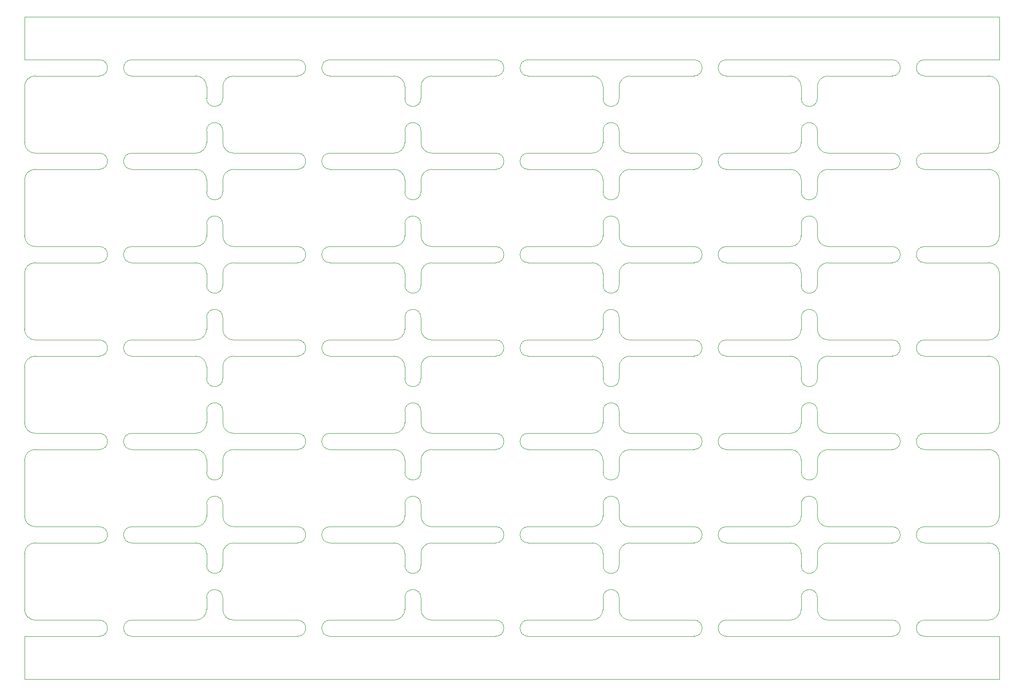
<source format=gbr>
%TF.GenerationSoftware,KiCad,Pcbnew,8.0.1*%
%TF.CreationDate,2024-05-29T13:53:09-05:00*%
%TF.ProjectId,eve PCB Project,65766520-5043-4422-9050-726f6a656374,rev?*%
%TF.SameCoordinates,Original*%
%TF.FileFunction,Profile,NP*%
%FSLAX46Y46*%
G04 Gerber Fmt 4.6, Leading zero omitted, Abs format (unit mm)*
G04 Created by KiCad (PCBNEW 8.0.1) date 2024-05-29 13:53:09*
%MOMM*%
%LPD*%
G01*
G04 APERTURE LIST*
%TA.AperFunction,Profile*%
%ADD10C,0.050000*%
%TD*%
%TA.AperFunction,Profile*%
%ADD11C,0.100000*%
%TD*%
G04 APERTURE END LIST*
D10*
X231200000Y-34640000D02*
X231200000Y-42640000D01*
X197360000Y-73180000D02*
X197360000Y-75360000D01*
X155520000Y-94720000D02*
X143600000Y-94720000D01*
X160520000Y-65000000D02*
X160520000Y-67180000D01*
X162520000Y-77360000D02*
G75*
G02*
X160520000Y-75360000I0J2000000D01*
G01*
X106760000Y-60000000D02*
X118680000Y-60000000D01*
X143600000Y-42640000D02*
X174440000Y-42640000D01*
X88840000Y-60000000D02*
G75*
G02*
X86840000Y-58000000I0J2000000D01*
G01*
X194360000Y-107900000D02*
X194360000Y-110080000D01*
X86840000Y-134440000D02*
X86840000Y-136620000D01*
X143600000Y-132440000D02*
X155520000Y-132440000D01*
X86840000Y-47640000D02*
G75*
G02*
X88840000Y-45640000I2000000J0D01*
G01*
X86840000Y-142620000D02*
X86840000Y-144800000D01*
X194360000Y-90540000D02*
X194360000Y-92720000D01*
X157520000Y-107900000D02*
X157520000Y-110080000D01*
X81840000Y-132440000D02*
G75*
G02*
X83840000Y-134440000I0J-2000000D01*
G01*
X123680000Y-82360000D02*
G75*
G02*
X125680000Y-80360000I2000000J0D01*
G01*
X88840000Y-77360000D02*
G75*
G02*
X86840000Y-75360000I0J2000000D01*
G01*
X100760000Y-77360000D02*
X88840000Y-77360000D01*
X106760000Y-42640000D02*
X137600000Y-42640000D01*
X197360000Y-134440000D02*
G75*
G02*
X199360000Y-132440000I2000000J0D01*
G01*
X199360000Y-80360000D02*
X211280000Y-80360000D01*
X69920000Y-115080000D02*
X81840000Y-115080000D01*
X143600000Y-80360000D02*
X155520000Y-80360000D01*
X100760000Y-149800000D02*
X69920000Y-149800000D01*
X231200000Y-117080000D02*
X231200000Y-127440000D01*
X50000000Y-149800000D02*
X50000000Y-157800000D01*
X83840000Y-55820000D02*
X83840000Y-58000000D01*
X197360000Y-47640000D02*
X197360000Y-49820000D01*
X86840000Y-134440000D02*
G75*
G02*
X88840000Y-132440000I2000000J0D01*
G01*
X52000000Y-80360000D02*
X63920000Y-80360000D01*
X123680000Y-125260000D02*
X123680000Y-127440000D01*
X123680000Y-55820000D02*
X123680000Y-58000000D01*
X160520000Y-73180000D02*
X160520000Y-75360000D01*
X194360000Y-75360000D02*
G75*
G02*
X192360000Y-77360000I-2000000J0D01*
G01*
X231200000Y-127440000D02*
G75*
G02*
X229200000Y-129440000I-2000000J0D01*
G01*
X50000000Y-34640000D02*
X50000000Y-42640000D01*
X217280000Y-60000000D02*
X229200000Y-60000000D01*
X157520000Y-136620000D02*
X157520000Y-134440000D01*
X63920000Y-129440000D02*
X52000000Y-129440000D01*
X120680000Y-99720000D02*
X120680000Y-101900000D01*
X125680000Y-94720000D02*
G75*
G02*
X123680000Y-92720000I0J2000000D01*
G01*
X162520000Y-132440000D02*
X174440000Y-132440000D01*
X83840000Y-110080000D02*
G75*
G02*
X81840000Y-112080000I-2000000J0D01*
G01*
X86840000Y-99720000D02*
G75*
G02*
X88840000Y-97720000I2000000J0D01*
G01*
X106760000Y-80360000D02*
X118680000Y-80360000D01*
X194360000Y-58000000D02*
G75*
G02*
X192360000Y-60000000I-2000000J0D01*
G01*
X231200000Y-149800000D02*
X217280000Y-149800000D01*
X69920000Y-97720000D02*
X81840000Y-97720000D01*
X162520000Y-60000000D02*
G75*
G02*
X160520000Y-58000000I0J2000000D01*
G01*
X83840000Y-99720000D02*
X83840000Y-101900000D01*
X123680000Y-90540000D02*
X123680000Y-92720000D01*
X194360000Y-55820000D02*
X194360000Y-58000000D01*
X180440000Y-80360000D02*
X192360000Y-80360000D01*
X231200000Y-82360000D02*
X231200000Y-92720000D01*
X157520000Y-110080000D02*
G75*
G02*
X155520000Y-112080000I-2000000J0D01*
G01*
X52000000Y-115080000D02*
X63920000Y-115080000D01*
X197360000Y-117080000D02*
G75*
G02*
X199360000Y-115080000I2000000J0D01*
G01*
X83840000Y-107900000D02*
X83840000Y-110080000D01*
X86840000Y-82360000D02*
X86840000Y-84540000D01*
X194360000Y-134440000D02*
X194360000Y-136620000D01*
X83840000Y-82360000D02*
X83840000Y-84540000D01*
X83840000Y-127440000D02*
G75*
G02*
X81840000Y-129440000I-2000000J0D01*
G01*
X120680000Y-107900000D02*
X120680000Y-110080000D01*
X157520000Y-144800000D02*
G75*
G02*
X155520000Y-146800000I-2000000J0D01*
G01*
X217280000Y-146800000D02*
X229200000Y-146800000D01*
X52000000Y-129440000D02*
G75*
G02*
X50000000Y-127440000I0J2000000D01*
G01*
X88840000Y-129440000D02*
G75*
G02*
X86840000Y-127440000I0J2000000D01*
G01*
X160520000Y-47640000D02*
X160520000Y-49820000D01*
X86840000Y-117080000D02*
X86840000Y-119260000D01*
X83840000Y-125260000D02*
X83840000Y-127440000D01*
X52000000Y-146800000D02*
X63920000Y-146800000D01*
X180440000Y-115080000D02*
X192360000Y-115080000D01*
X155520000Y-80360000D02*
G75*
G02*
X157520000Y-82360000I0J-2000000D01*
G01*
X81840000Y-129440000D02*
X69920000Y-129440000D01*
X118680000Y-80360000D02*
G75*
G02*
X120680000Y-82360000I0J-2000000D01*
G01*
X160520000Y-107900000D02*
X160520000Y-110080000D01*
X160520000Y-117080000D02*
G75*
G02*
X162520000Y-115080000I2000000J0D01*
G01*
X123680000Y-47640000D02*
X123680000Y-49820000D01*
X199360000Y-132440000D02*
X211280000Y-132440000D01*
X192360000Y-132440000D02*
G75*
G02*
X194360000Y-134440000I0J-2000000D01*
G01*
X120680000Y-117080000D02*
X120680000Y-119260000D01*
X160520000Y-117080000D02*
X160520000Y-119260000D01*
X123680000Y-117080000D02*
X123680000Y-119260000D01*
X69920000Y-45640000D02*
X81840000Y-45640000D01*
X160520000Y-99720000D02*
G75*
G02*
X162520000Y-97720000I2000000J0D01*
G01*
X50000000Y-75360000D02*
X50000000Y-65000000D01*
X197360000Y-107900000D02*
X197360000Y-110080000D01*
X197360000Y-55820000D02*
X197360000Y-58000000D01*
X160520000Y-47640000D02*
G75*
G02*
X162520000Y-45640000I2000000J0D01*
G01*
X180440000Y-63000000D02*
X192360000Y-63000000D01*
X194360000Y-127440000D02*
G75*
G02*
X192360000Y-129440000I-2000000J0D01*
G01*
X194360000Y-110080000D02*
G75*
G02*
X192360000Y-112080000I-2000000J0D01*
G01*
X162520000Y-94720000D02*
G75*
G02*
X160520000Y-92720000I0J2000000D01*
G01*
X118680000Y-129440000D02*
X106760000Y-129440000D01*
X231200000Y-47640000D02*
X231200000Y-58000000D01*
X50000000Y-92720000D02*
X50000000Y-82360000D01*
X160520000Y-90540000D02*
X160520000Y-92720000D01*
X192360000Y-45640000D02*
G75*
G02*
X194360000Y-47640000I0J-2000000D01*
G01*
X118680000Y-112080000D02*
X106760000Y-112080000D01*
X192360000Y-94720000D02*
X180440000Y-94720000D01*
X63920000Y-77360000D02*
X52000000Y-77360000D01*
X197360000Y-134440000D02*
X197360000Y-136620000D01*
X83840000Y-144800000D02*
G75*
G02*
X81840000Y-146800000I-2000000J0D01*
G01*
X137600000Y-149800000D02*
X106760000Y-149800000D01*
X120680000Y-65000000D02*
X120680000Y-67180000D01*
X197360000Y-125260000D02*
X197360000Y-127440000D01*
X162520000Y-63000000D02*
X174440000Y-63000000D01*
X69920000Y-42640000D02*
X100760000Y-42640000D01*
X180440000Y-146800000D02*
X192360000Y-146800000D01*
X174440000Y-112080000D02*
X162520000Y-112080000D01*
X157520000Y-99720000D02*
X157520000Y-101900000D01*
X123680000Y-99720000D02*
G75*
G02*
X125680000Y-97720000I2000000J0D01*
G01*
X123680000Y-134440000D02*
X123680000Y-136620000D01*
X231200000Y-65000000D02*
X231200000Y-75360000D01*
X120680000Y-134440000D02*
X120680000Y-136620000D01*
X197360000Y-65000000D02*
X197360000Y-67180000D01*
X157520000Y-92720000D02*
G75*
G02*
X155520000Y-94720000I-2000000J0D01*
G01*
X123680000Y-73180000D02*
X123680000Y-75360000D01*
X157520000Y-90540000D02*
X157520000Y-92720000D01*
X63920000Y-112080000D02*
X52000000Y-112080000D01*
X194360000Y-82360000D02*
X194360000Y-84540000D01*
X160520000Y-55820000D02*
X160520000Y-58000000D01*
X211280000Y-77360000D02*
X199360000Y-77360000D01*
X120680000Y-73180000D02*
X120680000Y-75360000D01*
X120680000Y-142620000D02*
X120680000Y-144800000D01*
X192360000Y-129440000D02*
X180440000Y-129440000D01*
X83840000Y-90540000D02*
X83840000Y-92720000D01*
X69920000Y-132440000D02*
X81840000Y-132440000D01*
X211280000Y-112080000D02*
X199360000Y-112080000D01*
X143600000Y-115080000D02*
X155520000Y-115080000D01*
X63920000Y-94720000D02*
X52000000Y-94720000D01*
X125680000Y-129440000D02*
G75*
G02*
X123680000Y-127440000I0J2000000D01*
G01*
X157520000Y-58000000D02*
G75*
G02*
X155520000Y-60000000I-2000000J0D01*
G01*
X143600000Y-97720000D02*
X155520000Y-97720000D01*
X162520000Y-112080000D02*
G75*
G02*
X160520000Y-110080000I0J2000000D01*
G01*
X83840000Y-134440000D02*
X83840000Y-136620000D01*
X157520000Y-47640000D02*
X157520000Y-49820000D01*
X125680000Y-60000000D02*
G75*
G02*
X123680000Y-58000000I0J2000000D01*
G01*
X192360000Y-77360000D02*
X180440000Y-77360000D01*
X123680000Y-65000000D02*
X123680000Y-67180000D01*
X50000000Y-117080000D02*
G75*
G02*
X52000000Y-115080000I2000000J0D01*
G01*
X160520000Y-142620000D02*
X160520000Y-144800000D01*
X120680000Y-82360000D02*
X120680000Y-84540000D01*
X194360000Y-99720000D02*
X194360000Y-101900000D01*
X86840000Y-107900000D02*
X86840000Y-110080000D01*
X52000000Y-132440000D02*
X63920000Y-132440000D01*
X88840000Y-45640000D02*
X100760000Y-45640000D01*
X194360000Y-125260000D02*
X194360000Y-127440000D01*
X231200000Y-58000000D02*
G75*
G02*
X229200000Y-60000000I-2000000J0D01*
G01*
X123680000Y-47640000D02*
G75*
G02*
X125680000Y-45640000I2000000J0D01*
G01*
X199360000Y-63000000D02*
X211280000Y-63000000D01*
X174440000Y-94720000D02*
X162520000Y-94720000D01*
X83840000Y-65000000D02*
X83840000Y-67180000D01*
X143600000Y-45640000D02*
X155520000Y-45640000D01*
X86840000Y-99720000D02*
X86840000Y-101900000D01*
X125680000Y-80360000D02*
X137600000Y-80360000D01*
X118680000Y-132440000D02*
G75*
G02*
X120680000Y-134440000I0J-2000000D01*
G01*
X231200000Y-92720000D02*
G75*
G02*
X229200000Y-94720000I-2000000J0D01*
G01*
X231200000Y-149800000D02*
X231200000Y-157800000D01*
X50000000Y-65000000D02*
G75*
G02*
X52000000Y-63000000I2000000J0D01*
G01*
X199360000Y-146800000D02*
X211280000Y-146800000D01*
X162520000Y-77360000D02*
X174440000Y-77360000D01*
X160520000Y-82360000D02*
G75*
G02*
X162520000Y-80360000I2000000J0D01*
G01*
X118680000Y-45640000D02*
G75*
G02*
X120680000Y-47640000I0J-2000000D01*
G01*
X180440000Y-42640000D02*
X211280000Y-42640000D01*
X157520000Y-65000000D02*
X157520000Y-67180000D01*
X100760000Y-112080000D02*
X88840000Y-112080000D01*
X81840000Y-112080000D02*
X69920000Y-112080000D01*
X100760000Y-97720000D02*
X88840000Y-97720000D01*
X162520000Y-146800000D02*
G75*
G02*
X160520000Y-144800000I0J2000000D01*
G01*
X118680000Y-63000000D02*
G75*
G02*
X120680000Y-65000000I0J-2000000D01*
G01*
X50000000Y-82360000D02*
G75*
G02*
X52000000Y-80360000I2000000J0D01*
G01*
X123680000Y-134440000D02*
G75*
G02*
X125680000Y-132440000I2000000J0D01*
G01*
X174440000Y-149800000D02*
X143600000Y-149800000D01*
X229200000Y-129440000D02*
X217280000Y-129440000D01*
X69920000Y-80360000D02*
X81840000Y-80360000D01*
X192360000Y-112080000D02*
X180440000Y-112080000D01*
X86840000Y-125260000D02*
X86840000Y-127440000D01*
X50000000Y-134440000D02*
G75*
G02*
X52000000Y-132440000I2000000J0D01*
G01*
X217280000Y-97720000D02*
X229200000Y-97720000D01*
X83840000Y-75360000D02*
G75*
G02*
X81840000Y-77360000I-2000000J0D01*
G01*
X199360000Y-94720000D02*
G75*
G02*
X197360000Y-92720000I0J2000000D01*
G01*
X194360000Y-92720000D02*
G75*
G02*
X192360000Y-94720000I-2000000J0D01*
G01*
X157520000Y-125260000D02*
X157520000Y-127440000D01*
X106760000Y-132440000D02*
X118680000Y-132440000D01*
X86840000Y-65000000D02*
X86840000Y-67180000D01*
X123680000Y-142620000D02*
X123680000Y-144800000D01*
X120680000Y-90540000D02*
X120680000Y-92720000D01*
X88840000Y-80360000D02*
X100760000Y-80360000D01*
X125680000Y-60000000D02*
X137600000Y-60000000D01*
X88840000Y-63000000D02*
X100760000Y-63000000D01*
X50000000Y-99720000D02*
G75*
G02*
X52000000Y-97720000I2000000J0D01*
G01*
X69920000Y-63000000D02*
X81840000Y-63000000D01*
X217280000Y-115080000D02*
X229200000Y-115080000D01*
X69920000Y-60000000D02*
X81840000Y-60000000D01*
X197360000Y-99720000D02*
X197360000Y-101900000D01*
X143600000Y-112080000D02*
X155520000Y-112080000D01*
X52000000Y-60000000D02*
X63920000Y-60000000D01*
X52000000Y-77360000D02*
G75*
G02*
X50000000Y-75360000I0J2000000D01*
G01*
X88840000Y-60000000D02*
X100760000Y-60000000D01*
X83840000Y-73180000D02*
X83840000Y-75360000D01*
X162520000Y-97720000D02*
X174440000Y-97720000D01*
X155520000Y-129440000D02*
X143600000Y-129440000D01*
X106760000Y-94720000D02*
X118680000Y-94720000D01*
X120680000Y-110080000D02*
G75*
G02*
X118680000Y-112080000I-2000000J0D01*
G01*
X125680000Y-132440000D02*
X137600000Y-132440000D01*
X106760000Y-63000000D02*
X118680000Y-63000000D01*
X83840000Y-47640000D02*
X83840000Y-49820000D01*
X52000000Y-60000000D02*
G75*
G02*
X50000000Y-58000000I0J2000000D01*
G01*
X194360000Y-65000000D02*
X194360000Y-67180000D01*
X229200000Y-112080000D02*
X217280000Y-112080000D01*
X162520000Y-129440000D02*
G75*
G02*
X160520000Y-127440000I0J2000000D01*
G01*
X180440000Y-45640000D02*
X192360000Y-45640000D01*
X143600000Y-60000000D02*
X155520000Y-60000000D01*
X160520000Y-82360000D02*
X160520000Y-84540000D01*
X88840000Y-146800000D02*
X100760000Y-146800000D01*
X86840000Y-47640000D02*
X86840000Y-49820000D01*
X199360000Y-115080000D02*
X211280000Y-115080000D01*
X162520000Y-45640000D02*
X174440000Y-45640000D01*
X192360000Y-97720000D02*
G75*
G02*
X194360000Y-99720000I0J-2000000D01*
G01*
X52000000Y-112080000D02*
G75*
G02*
X50000000Y-110080000I0J2000000D01*
G01*
X88840000Y-94720000D02*
X100760000Y-94720000D01*
X81840000Y-77360000D02*
X69920000Y-77360000D01*
X86840000Y-73180000D02*
X86840000Y-75360000D01*
X106760000Y-45640000D02*
X118680000Y-45640000D01*
X123680000Y-107900000D02*
X123680000Y-110080000D01*
X155520000Y-45640000D02*
G75*
G02*
X157520000Y-47640000I0J-2000000D01*
G01*
X197360000Y-82360000D02*
G75*
G02*
X199360000Y-80360000I2000000J0D01*
G01*
X125680000Y-97720000D02*
X137600000Y-97720000D01*
X106760000Y-146800000D02*
X118680000Y-146800000D01*
X162520000Y-115080000D02*
X174440000Y-115080000D01*
X137600000Y-94720000D02*
X125680000Y-94720000D01*
X231200000Y-134440000D02*
X231200000Y-144800000D01*
X50000000Y-42640000D02*
X63920000Y-42640000D01*
X81840000Y-97720000D02*
G75*
G02*
X83840000Y-99720000I0J-2000000D01*
G01*
X157520000Y-142620000D02*
X157520000Y-144800000D01*
X157520000Y-82360000D02*
X157520000Y-84540000D01*
X197360000Y-117080000D02*
X197360000Y-119260000D01*
X52000000Y-97720000D02*
X63920000Y-97720000D01*
X143600000Y-146800000D02*
X155520000Y-146800000D01*
X118680000Y-97720000D02*
G75*
G02*
X120680000Y-99720000I0J-2000000D01*
G01*
X120680000Y-55820000D02*
X120680000Y-58000000D01*
X50000000Y-127440000D02*
X50000000Y-117080000D01*
X197360000Y-65000000D02*
G75*
G02*
X199360000Y-63000000I2000000J0D01*
G01*
X125680000Y-63000000D02*
X137600000Y-63000000D01*
X125680000Y-77360000D02*
G75*
G02*
X123680000Y-75360000I0J2000000D01*
G01*
X120680000Y-92720000D02*
G75*
G02*
X118680000Y-94720000I-2000000J0D01*
G01*
X50000000Y-144800000D02*
X50000000Y-134440000D01*
X120680000Y-125260000D02*
X120680000Y-127440000D01*
X81840000Y-45640000D02*
G75*
G02*
X83840000Y-47640000I0J-2000000D01*
G01*
X229200000Y-77360000D02*
X217280000Y-77360000D01*
X52000000Y-63000000D02*
X63920000Y-63000000D01*
X180440000Y-60000000D02*
X192360000Y-60000000D01*
X83840000Y-92720000D02*
G75*
G02*
X81840000Y-94720000I-2000000J0D01*
G01*
X199360000Y-60000000D02*
G75*
G02*
X197360000Y-58000000I0J2000000D01*
G01*
X63920000Y-149800000D02*
X50000000Y-149800000D01*
X83840000Y-117080000D02*
X83840000Y-119260000D01*
X229200000Y-80360000D02*
G75*
G02*
X231200000Y-82360000I0J-2000000D01*
G01*
X160520000Y-99720000D02*
X160520000Y-101900000D01*
X231200000Y-75360000D02*
G75*
G02*
X229200000Y-77360000I-2000000J0D01*
G01*
X217280000Y-45640000D02*
X229200000Y-45640000D01*
X118680000Y-115080000D02*
G75*
G02*
X120680000Y-117080000I0J-2000000D01*
G01*
X52000000Y-94720000D02*
G75*
G02*
X50000000Y-92720000I0J2000000D01*
G01*
X52000000Y-146800000D02*
G75*
G02*
X50000000Y-144800000I0J2000000D01*
G01*
X229200000Y-45640000D02*
G75*
G02*
X231200000Y-47640000I0J-2000000D01*
G01*
X229200000Y-115080000D02*
G75*
G02*
X231200000Y-117080000I0J-2000000D01*
G01*
X199360000Y-60000000D02*
X211280000Y-60000000D01*
X83840000Y-58000000D02*
G75*
G02*
X81840000Y-60000000I-2000000J0D01*
G01*
X137600000Y-77360000D02*
X125680000Y-77360000D01*
X194360000Y-73180000D02*
X194360000Y-75360000D01*
X162520000Y-146800000D02*
X174440000Y-146800000D01*
X160520000Y-65000000D02*
G75*
G02*
X162520000Y-63000000I2000000J0D01*
G01*
X192360000Y-80360000D02*
G75*
G02*
X194360000Y-82360000I0J-2000000D01*
G01*
X192360000Y-115080000D02*
G75*
G02*
X194360000Y-117080000I0J-2000000D01*
G01*
X197360000Y-90540000D02*
X197360000Y-92720000D01*
X194360000Y-117080000D02*
X194360000Y-119260000D01*
X125680000Y-45640000D02*
X137600000Y-45640000D01*
X197360000Y-47640000D02*
G75*
G02*
X199360000Y-45640000I2000000J0D01*
G01*
X157520000Y-117080000D02*
X157520000Y-119260000D01*
X155520000Y-77360000D02*
X143600000Y-77360000D01*
X155520000Y-115080000D02*
G75*
G02*
X157520000Y-117080000I0J-2000000D01*
G01*
X81840000Y-80360000D02*
G75*
G02*
X83840000Y-82360000I0J-2000000D01*
G01*
X118680000Y-77360000D02*
X106760000Y-77360000D01*
X231200000Y-110080000D02*
G75*
G02*
X229200000Y-112080000I-2000000J0D01*
G01*
X81840000Y-63000000D02*
G75*
G02*
X83840000Y-65000000I0J-2000000D01*
G01*
X125680000Y-146800000D02*
G75*
G02*
X123680000Y-144800000I0J2000000D01*
G01*
X197360000Y-99720000D02*
G75*
G02*
X199360000Y-97720000I2000000J0D01*
G01*
X88840000Y-132440000D02*
X100760000Y-132440000D01*
X100760000Y-129440000D02*
X88840000Y-129440000D01*
X88840000Y-94720000D02*
G75*
G02*
X86840000Y-92720000I0J2000000D01*
G01*
X217280000Y-80360000D02*
X229200000Y-80360000D01*
X125680000Y-112080000D02*
G75*
G02*
X123680000Y-110080000I0J2000000D01*
G01*
X199360000Y-112080000D02*
G75*
G02*
X197360000Y-110080000I0J2000000D01*
G01*
X229200000Y-94720000D02*
X217280000Y-94720000D01*
X120680000Y-144800000D02*
G75*
G02*
X118680000Y-146800000I-2000000J0D01*
G01*
X197360000Y-142620000D02*
X197360000Y-144800000D01*
X69920000Y-146800000D02*
X81840000Y-146800000D01*
X162520000Y-80360000D02*
X174440000Y-80360000D01*
X199360000Y-45640000D02*
X211280000Y-45640000D01*
X118680000Y-97720000D02*
X106760000Y-97720000D01*
X199360000Y-129440000D02*
G75*
G02*
X197360000Y-127440000I0J2000000D01*
G01*
X199360000Y-94720000D02*
X211280000Y-94720000D01*
X194360000Y-47640000D02*
X194360000Y-49820000D01*
X137600000Y-129440000D02*
X125680000Y-129440000D01*
X157520000Y-55820000D02*
X157520000Y-58000000D01*
X217280000Y-132440000D02*
X229200000Y-132440000D01*
X52000000Y-45640000D02*
X63920000Y-45640000D01*
X86840000Y-65000000D02*
G75*
G02*
X88840000Y-63000000I2000000J0D01*
G01*
X123680000Y-65000000D02*
G75*
G02*
X125680000Y-63000000I2000000J0D01*
G01*
X160520000Y-125260000D02*
X160520000Y-127440000D01*
X81840000Y-94720000D02*
X69920000Y-94720000D01*
X120680000Y-47640000D02*
X120680000Y-49820000D01*
X180440000Y-132440000D02*
X192360000Y-132440000D01*
X50000000Y-110080000D02*
X50000000Y-99720000D01*
X50000000Y-157800000D02*
X231200000Y-157800000D01*
X229200000Y-63000000D02*
G75*
G02*
X231200000Y-65000000I0J-2000000D01*
G01*
X229200000Y-132440000D02*
G75*
G02*
X231200000Y-134440000I0J-2000000D01*
G01*
X123680000Y-82360000D02*
X123680000Y-84540000D01*
X88840000Y-115080000D02*
X100760000Y-115080000D01*
X194360000Y-142620000D02*
X194360000Y-144800000D01*
X199360000Y-97720000D02*
X211280000Y-97720000D01*
X155520000Y-63000000D02*
G75*
G02*
X157520000Y-65000000I0J-2000000D01*
G01*
X157520000Y-75360000D02*
G75*
G02*
X155520000Y-77360000I-2000000J0D01*
G01*
X157520000Y-127440000D02*
G75*
G02*
X155520000Y-129440000I-2000000J0D01*
G01*
X162520000Y-60000000D02*
X174440000Y-60000000D01*
X229200000Y-97720000D02*
G75*
G02*
X231200000Y-99720000I0J-2000000D01*
G01*
X231200000Y-99720000D02*
X231200000Y-110080000D01*
X192360000Y-63000000D02*
G75*
G02*
X194360000Y-65000000I0J-2000000D01*
G01*
X194360000Y-144800000D02*
G75*
G02*
X192360000Y-146800000I-2000000J0D01*
G01*
X160520000Y-136620000D02*
X160520000Y-134440000D01*
X88840000Y-112080000D02*
G75*
G02*
X86840000Y-110080000I0J2000000D01*
G01*
X50000000Y-34640000D02*
X231200000Y-34640000D01*
X86840000Y-55820000D02*
X86840000Y-58000000D01*
X50000000Y-47640000D02*
G75*
G02*
X52000000Y-45640000I2000000J0D01*
G01*
X120680000Y-127440000D02*
G75*
G02*
X118680000Y-129440000I-2000000J0D01*
G01*
X197360000Y-82360000D02*
X197360000Y-84540000D01*
X231200000Y-144800000D02*
G75*
G02*
X229200000Y-146800000I-2000000J0D01*
G01*
X143600000Y-63000000D02*
X155520000Y-63000000D01*
X160520000Y-134440000D02*
G75*
G02*
X162520000Y-132440000I2000000J0D01*
G01*
X88840000Y-146800000D02*
G75*
G02*
X86840000Y-144800000I0J2000000D01*
G01*
X199360000Y-146800000D02*
G75*
G02*
X197360000Y-144800000I0J2000000D01*
G01*
X81840000Y-115080000D02*
G75*
G02*
X83840000Y-117080000I0J-2000000D01*
G01*
X50000000Y-58000000D02*
X50000000Y-47640000D01*
X86840000Y-117080000D02*
G75*
G02*
X88840000Y-115080000I2000000J0D01*
G01*
X217280000Y-63000000D02*
X229200000Y-63000000D01*
X86840000Y-82360000D02*
G75*
G02*
X88840000Y-80360000I2000000J0D01*
G01*
X125680000Y-112080000D02*
X137600000Y-112080000D01*
X157520000Y-73180000D02*
X157520000Y-75360000D01*
X86840000Y-90540000D02*
X86840000Y-92720000D01*
X155520000Y-97720000D02*
G75*
G02*
X157520000Y-99720000I0J-2000000D01*
G01*
X211280000Y-129440000D02*
X199360000Y-129440000D01*
X125680000Y-146800000D02*
X137600000Y-146800000D01*
X199360000Y-77360000D02*
G75*
G02*
X197360000Y-75360000I0J2000000D01*
G01*
X106760000Y-115080000D02*
X118680000Y-115080000D01*
X217280000Y-42640000D02*
X231200000Y-42640000D01*
X120680000Y-58000000D02*
G75*
G02*
X118680000Y-60000000I-2000000J0D01*
G01*
X123680000Y-117080000D02*
G75*
G02*
X125680000Y-115080000I2000000J0D01*
G01*
X125680000Y-115080000D02*
X137600000Y-115080000D01*
X83840000Y-142620000D02*
X83840000Y-144800000D01*
X155520000Y-132440000D02*
G75*
G02*
X157520000Y-134440000I0J-2000000D01*
G01*
X174440000Y-129440000D02*
X162520000Y-129440000D01*
X211280000Y-149800000D02*
X180440000Y-149800000D01*
X120680000Y-75360000D02*
G75*
G02*
X118680000Y-77360000I-2000000J0D01*
G01*
X123680000Y-99720000D02*
X123680000Y-101900000D01*
X180440000Y-97720000D02*
X192360000Y-97720000D01*
%TO.C,mouse-bite-3mm-slot*%
X174440000Y-94720000D02*
G75*
G02*
X174440000Y-97720000I0J-1500000D01*
G01*
X180440000Y-97720000D02*
G75*
G02*
X180440000Y-94720000I0J1500000D01*
G01*
X174440000Y-112080000D02*
G75*
G02*
X174440000Y-115080000I0J-1500000D01*
G01*
X180440000Y-115080000D02*
G75*
G02*
X180440000Y-112080000I0J1500000D01*
G01*
X211280000Y-42640000D02*
G75*
G02*
X211280000Y-45640000I0J-1500000D01*
G01*
X217280000Y-45640000D02*
G75*
G02*
X217280000Y-42640000I0J1500000D01*
G01*
D11*
X157520000Y-90540000D02*
G75*
G02*
X160520000Y-90540000I1500000J0D01*
G01*
X160520000Y-84540000D02*
G75*
G02*
X157520000Y-84540000I-1500000J0D01*
G01*
X120680000Y-90540000D02*
G75*
G02*
X123680000Y-90540000I1500000J0D01*
G01*
X123680000Y-84540000D02*
G75*
G02*
X120680000Y-84540000I-1500000J0D01*
G01*
D10*
X100760000Y-94720000D02*
G75*
G02*
X100760000Y-97720000I0J-1500000D01*
G01*
X106760000Y-97720000D02*
G75*
G02*
X106760000Y-94720000I0J1500000D01*
G01*
D11*
X194360000Y-142620000D02*
G75*
G02*
X197360000Y-142620000I1500000J0D01*
G01*
X197360000Y-136620000D02*
G75*
G02*
X194360000Y-136620000I-1500000J0D01*
G01*
D10*
X100760000Y-112080000D02*
G75*
G02*
X100760000Y-115080000I0J-1500000D01*
G01*
X106760000Y-115080000D02*
G75*
G02*
X106760000Y-112080000I0J1500000D01*
G01*
D11*
X120680000Y-73180000D02*
G75*
G02*
X123680000Y-73180000I1500000J0D01*
G01*
X123680000Y-67180000D02*
G75*
G02*
X120680000Y-67180000I-1500000J0D01*
G01*
D10*
X63920000Y-42640000D02*
G75*
G02*
X63920000Y-45640000I0J-1500000D01*
G01*
X69920000Y-45640000D02*
G75*
G02*
X69920000Y-42640000I0J1500000D01*
G01*
D11*
X194360000Y-125260000D02*
G75*
G02*
X197360000Y-125260000I1500000J0D01*
G01*
X197360000Y-119260000D02*
G75*
G02*
X194360000Y-119260000I-1500000J0D01*
G01*
X157520000Y-73180000D02*
G75*
G02*
X160520000Y-73180000I1500000J0D01*
G01*
X160520000Y-67180000D02*
G75*
G02*
X157520000Y-67180000I-1500000J0D01*
G01*
X157520000Y-142620000D02*
G75*
G02*
X160520000Y-142620000I1500000J0D01*
G01*
X160520000Y-136620000D02*
G75*
G02*
X157520000Y-136620000I-1500000J0D01*
G01*
D10*
X137600000Y-94720000D02*
G75*
G02*
X137600000Y-97720000I0J-1500000D01*
G01*
X143600000Y-97720000D02*
G75*
G02*
X143600000Y-94720000I0J1500000D01*
G01*
D11*
X120680000Y-55820000D02*
G75*
G02*
X123680000Y-55820000I1500000J0D01*
G01*
X123680000Y-49820000D02*
G75*
G02*
X120680000Y-49820000I-1500000J0D01*
G01*
D10*
X211280000Y-112080000D02*
G75*
G02*
X211280000Y-115080000I0J-1500000D01*
G01*
X217280000Y-115080000D02*
G75*
G02*
X217280000Y-112080000I0J1500000D01*
G01*
X100760000Y-60000000D02*
G75*
G02*
X100760000Y-63000000I0J-1500000D01*
G01*
X106760000Y-63000000D02*
G75*
G02*
X106760000Y-60000000I0J1500000D01*
G01*
X211280000Y-94720000D02*
G75*
G02*
X211280000Y-97720000I0J-1500000D01*
G01*
X217280000Y-97720000D02*
G75*
G02*
X217280000Y-94720000I0J1500000D01*
G01*
X211280000Y-146800000D02*
G75*
G02*
X211280000Y-149800000I0J-1500000D01*
G01*
X217280000Y-149800000D02*
G75*
G02*
X217280000Y-146800000I0J1500000D01*
G01*
X100760000Y-77360000D02*
G75*
G02*
X100760000Y-80360000I0J-1500000D01*
G01*
X106760000Y-80360000D02*
G75*
G02*
X106760000Y-77360000I0J1500000D01*
G01*
X194360000Y-55820000D02*
G75*
G02*
X197360000Y-55820000I1500000J0D01*
G01*
X197360000Y-49820000D02*
G75*
G02*
X194360000Y-49820000I-1500000J0D01*
G01*
D11*
X157520000Y-107900000D02*
G75*
G02*
X160520000Y-107900000I1500000J0D01*
G01*
X160520000Y-101900000D02*
G75*
G02*
X157520000Y-101900000I-1500000J0D01*
G01*
D10*
X137600000Y-112080000D02*
G75*
G02*
X137600000Y-115080000I0J-1500000D01*
G01*
X143600000Y-115080000D02*
G75*
G02*
X143600000Y-112080000I0J1500000D01*
G01*
X211280000Y-129440000D02*
G75*
G02*
X211280000Y-132440000I0J-1500000D01*
G01*
X217280000Y-132440000D02*
G75*
G02*
X217280000Y-129440000I0J1500000D01*
G01*
D11*
X194360000Y-90540000D02*
G75*
G02*
X197360000Y-90540000I1500000J0D01*
G01*
X197360000Y-84540000D02*
G75*
G02*
X194360000Y-84540000I-1500000J0D01*
G01*
D10*
X63920000Y-146800000D02*
G75*
G02*
X63920000Y-149800000I0J-1500000D01*
G01*
X69920000Y-149800000D02*
G75*
G02*
X69920000Y-146800000I0J1500000D01*
G01*
X174440000Y-60000000D02*
G75*
G02*
X174440000Y-63000000I0J-1500000D01*
G01*
X180440000Y-63000000D02*
G75*
G02*
X180440000Y-60000000I0J1500000D01*
G01*
D11*
X83840000Y-125260000D02*
G75*
G02*
X86840000Y-125260000I1500000J0D01*
G01*
X86840000Y-119260000D02*
G75*
G02*
X83840000Y-119260000I-1500000J0D01*
G01*
D10*
X100760000Y-129440000D02*
G75*
G02*
X100760000Y-132440000I0J-1500000D01*
G01*
X106760000Y-132440000D02*
G75*
G02*
X106760000Y-129440000I0J1500000D01*
G01*
X100760000Y-146800000D02*
G75*
G02*
X100760000Y-149800000I0J-1500000D01*
G01*
X106760000Y-149800000D02*
G75*
G02*
X106760000Y-146800000I0J1500000D01*
G01*
X137600000Y-146800000D02*
G75*
G02*
X137600000Y-149800000I0J-1500000D01*
G01*
X143600000Y-149800000D02*
G75*
G02*
X143600000Y-146800000I0J1500000D01*
G01*
X211280000Y-60000000D02*
G75*
G02*
X211280000Y-63000000I0J-1500000D01*
G01*
X217280000Y-63000000D02*
G75*
G02*
X217280000Y-60000000I0J1500000D01*
G01*
X63920000Y-60000000D02*
G75*
G02*
X63920000Y-63000000I0J-1500000D01*
G01*
X69920000Y-63000000D02*
G75*
G02*
X69920000Y-60000000I0J1500000D01*
G01*
X83840000Y-73180000D02*
G75*
G02*
X86840000Y-73180000I1500000J0D01*
G01*
X86840000Y-67180000D02*
G75*
G02*
X83840000Y-67180000I-1500000J0D01*
G01*
X100760000Y-42640000D02*
G75*
G02*
X100760000Y-45640000I0J-1500000D01*
G01*
X106760000Y-45640000D02*
G75*
G02*
X106760000Y-42640000I0J1500000D01*
G01*
X137600000Y-60000000D02*
G75*
G02*
X137600000Y-63000000I0J-1500000D01*
G01*
X143600000Y-63000000D02*
G75*
G02*
X143600000Y-60000000I0J1500000D01*
G01*
X63920000Y-112080000D02*
G75*
G02*
X63920000Y-115080000I0J-1500000D01*
G01*
X69920000Y-115080000D02*
G75*
G02*
X69920000Y-112080000I0J1500000D01*
G01*
D11*
X157520000Y-55820000D02*
G75*
G02*
X160520000Y-55820000I1500000J0D01*
G01*
X160520000Y-49820000D02*
G75*
G02*
X157520000Y-49820000I-1500000J0D01*
G01*
D10*
X211280000Y-77360000D02*
G75*
G02*
X211280000Y-80360000I0J-1500000D01*
G01*
X217280000Y-80360000D02*
G75*
G02*
X217280000Y-77360000I0J1500000D01*
G01*
D11*
X194360000Y-107900000D02*
G75*
G02*
X197360000Y-107900000I1500000J0D01*
G01*
X197360000Y-101900000D02*
G75*
G02*
X194360000Y-101900000I-1500000J0D01*
G01*
X83840000Y-90540000D02*
G75*
G02*
X86840000Y-90540000I1500000J0D01*
G01*
X86840000Y-84540000D02*
G75*
G02*
X83840000Y-84540000I-1500000J0D01*
G01*
D10*
X174440000Y-42640000D02*
G75*
G02*
X174440000Y-45640000I0J-1500000D01*
G01*
X180440000Y-45640000D02*
G75*
G02*
X180440000Y-42640000I0J1500000D01*
G01*
X63920000Y-94720000D02*
G75*
G02*
X63920000Y-97720000I0J-1500000D01*
G01*
X69920000Y-97720000D02*
G75*
G02*
X69920000Y-94720000I0J1500000D01*
G01*
X174440000Y-129440000D02*
G75*
G02*
X174440000Y-132440000I0J-1500000D01*
G01*
X180440000Y-132440000D02*
G75*
G02*
X180440000Y-129440000I0J1500000D01*
G01*
D11*
X83840000Y-142620000D02*
G75*
G02*
X86840000Y-142620000I1500000J0D01*
G01*
X86840000Y-136620000D02*
G75*
G02*
X83840000Y-136620000I-1500000J0D01*
G01*
X83840000Y-107900000D02*
G75*
G02*
X86840000Y-107900000I1500000J0D01*
G01*
X86840000Y-101900000D02*
G75*
G02*
X83840000Y-101900000I-1500000J0D01*
G01*
X83840000Y-55820000D02*
G75*
G02*
X86840000Y-55820000I1500000J0D01*
G01*
X86840000Y-49820000D02*
G75*
G02*
X83840000Y-49820000I-1500000J0D01*
G01*
X157520000Y-125260000D02*
G75*
G02*
X160520000Y-125260000I1500000J0D01*
G01*
X160520000Y-119260000D02*
G75*
G02*
X157520000Y-119260000I-1500000J0D01*
G01*
D10*
X137600000Y-77360000D02*
G75*
G02*
X137600000Y-80360000I0J-1500000D01*
G01*
X143600000Y-80360000D02*
G75*
G02*
X143600000Y-77360000I0J1500000D01*
G01*
X137600000Y-42640000D02*
G75*
G02*
X137600000Y-45640000I0J-1500000D01*
G01*
X143600000Y-45640000D02*
G75*
G02*
X143600000Y-42640000I0J1500000D01*
G01*
D11*
X120680000Y-107900000D02*
G75*
G02*
X123680000Y-107900000I1500000J0D01*
G01*
X123680000Y-101900000D02*
G75*
G02*
X120680000Y-101900000I-1500000J0D01*
G01*
D10*
X137600000Y-129440000D02*
G75*
G02*
X137600000Y-132440000I0J-1500000D01*
G01*
X143600000Y-132440000D02*
G75*
G02*
X143600000Y-129440000I0J1500000D01*
G01*
X63920000Y-77360000D02*
G75*
G02*
X63920000Y-80360000I0J-1500000D01*
G01*
X69920000Y-80360000D02*
G75*
G02*
X69920000Y-77360000I0J1500000D01*
G01*
X174440000Y-77360000D02*
G75*
G02*
X174440000Y-80360000I0J-1500000D01*
G01*
X180440000Y-80360000D02*
G75*
G02*
X180440000Y-77360000I0J1500000D01*
G01*
D11*
X120680000Y-142620000D02*
G75*
G02*
X123680000Y-142620000I1500000J0D01*
G01*
X123680000Y-136620000D02*
G75*
G02*
X120680000Y-136620000I-1500000J0D01*
G01*
X194360000Y-73180000D02*
G75*
G02*
X197360000Y-73180000I1500000J0D01*
G01*
X197360000Y-67180000D02*
G75*
G02*
X194360000Y-67180000I-1500000J0D01*
G01*
D10*
X63920000Y-129440000D02*
G75*
G02*
X63920000Y-132440000I0J-1500000D01*
G01*
X69920000Y-132440000D02*
G75*
G02*
X69920000Y-129440000I0J1500000D01*
G01*
X174440000Y-146800000D02*
G75*
G02*
X174440000Y-149800000I0J-1500000D01*
G01*
X180440000Y-149800000D02*
G75*
G02*
X180440000Y-146800000I0J1500000D01*
G01*
D11*
X120680000Y-125260000D02*
G75*
G02*
X123680000Y-125260000I1500000J0D01*
G01*
X123680000Y-119260000D02*
G75*
G02*
X120680000Y-119260000I-1500000J0D01*
G01*
%TD*%
M02*

</source>
